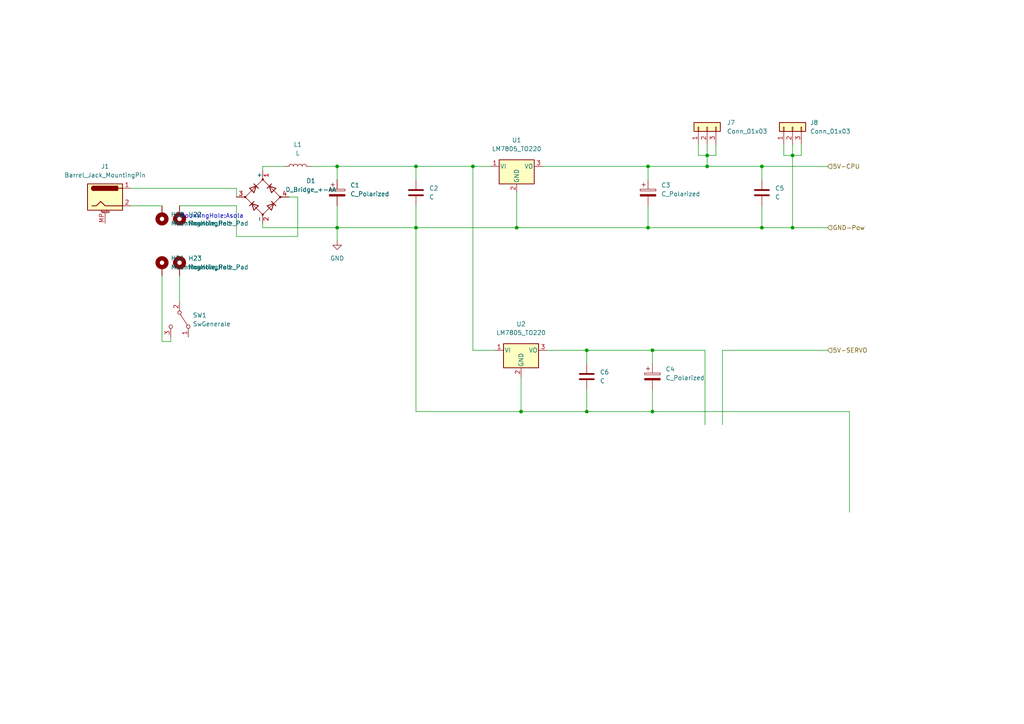
<source format=kicad_sch>
(kicad_sch (version 20211123) (generator eeschema)

  (uuid f008dfec-8cbd-4604-adf7-5c96849dc8e9)

  (paper "A4")

  (lib_symbols
    (symbol "Connector:Barrel_Jack_MountingPin" (pin_names hide) (in_bom yes) (on_board yes)
      (property "Reference" "J" (id 0) (at 0 5.334 0)
        (effects (font (size 1.27 1.27)))
      )
      (property "Value" "Barrel_Jack_MountingPin" (id 1) (at 1.27 -6.35 0)
        (effects (font (size 1.27 1.27)) (justify left))
      )
      (property "Footprint" "" (id 2) (at 1.27 -1.016 0)
        (effects (font (size 1.27 1.27)) hide)
      )
      (property "Datasheet" "~" (id 3) (at 1.27 -1.016 0)
        (effects (font (size 1.27 1.27)) hide)
      )
      (property "ki_keywords" "DC power barrel jack connector" (id 4) (at 0 0 0)
        (effects (font (size 1.27 1.27)) hide)
      )
      (property "ki_description" "DC Barrel Jack with a mounting pin" (id 5) (at 0 0 0)
        (effects (font (size 1.27 1.27)) hide)
      )
      (property "ki_fp_filters" "BarrelJack*" (id 6) (at 0 0 0)
        (effects (font (size 1.27 1.27)) hide)
      )
      (symbol "Barrel_Jack_MountingPin_0_1"
        (rectangle (start -5.08 3.81) (end 5.08 -3.81)
          (stroke (width 0.254) (type default) (color 0 0 0 0))
          (fill (type background))
        )
        (arc (start -3.302 3.175) (mid -3.937 2.54) (end -3.302 1.905)
          (stroke (width 0.254) (type default) (color 0 0 0 0))
          (fill (type none))
        )
        (arc (start -3.302 3.175) (mid -3.937 2.54) (end -3.302 1.905)
          (stroke (width 0.254) (type default) (color 0 0 0 0))
          (fill (type outline))
        )
        (polyline
          (pts
            (xy 5.08 2.54)
            (xy 3.81 2.54)
          )
          (stroke (width 0.254) (type default) (color 0 0 0 0))
          (fill (type none))
        )
        (polyline
          (pts
            (xy -3.81 -2.54)
            (xy -2.54 -2.54)
            (xy -1.27 -1.27)
            (xy 0 -2.54)
            (xy 2.54 -2.54)
            (xy 5.08 -2.54)
          )
          (stroke (width 0.254) (type default) (color 0 0 0 0))
          (fill (type none))
        )
        (rectangle (start 3.683 3.175) (end -3.302 1.905)
          (stroke (width 0.254) (type default) (color 0 0 0 0))
          (fill (type outline))
        )
      )
      (symbol "Barrel_Jack_MountingPin_1_1"
        (polyline
          (pts
            (xy -1.016 -4.572)
            (xy 1.016 -4.572)
          )
          (stroke (width 0.1524) (type default) (color 0 0 0 0))
          (fill (type none))
        )
        (text "Mounting" (at 0 -4.191 0)
          (effects (font (size 0.381 0.381)))
        )
        (pin passive line (at 7.62 2.54 180) (length 2.54)
          (name "~" (effects (font (size 1.27 1.27))))
          (number "1" (effects (font (size 1.27 1.27))))
        )
        (pin passive line (at 7.62 -2.54 180) (length 2.54)
          (name "~" (effects (font (size 1.27 1.27))))
          (number "2" (effects (font (size 1.27 1.27))))
        )
        (pin passive line (at 0 -7.62 90) (length 3.048)
          (name "MountPin" (effects (font (size 1.27 1.27))))
          (number "MP" (effects (font (size 1.27 1.27))))
        )
      )
    )
    (symbol "Connector_Generic:Conn_01x03" (pin_names (offset 1.016) hide) (in_bom yes) (on_board yes)
      (property "Reference" "J" (id 0) (at 0 5.08 0)
        (effects (font (size 1.27 1.27)))
      )
      (property "Value" "Conn_01x03" (id 1) (at 0 -5.08 0)
        (effects (font (size 1.27 1.27)))
      )
      (property "Footprint" "" (id 2) (at 0 0 0)
        (effects (font (size 1.27 1.27)) hide)
      )
      (property "Datasheet" "~" (id 3) (at 0 0 0)
        (effects (font (size 1.27 1.27)) hide)
      )
      (property "ki_keywords" "connector" (id 4) (at 0 0 0)
        (effects (font (size 1.27 1.27)) hide)
      )
      (property "ki_description" "Generic connector, single row, 01x03, script generated (kicad-library-utils/schlib/autogen/connector/)" (id 5) (at 0 0 0)
        (effects (font (size 1.27 1.27)) hide)
      )
      (property "ki_fp_filters" "Connector*:*_1x??_*" (id 6) (at 0 0 0)
        (effects (font (size 1.27 1.27)) hide)
      )
      (symbol "Conn_01x03_1_1"
        (rectangle (start -1.27 -2.413) (end 0 -2.667)
          (stroke (width 0.1524) (type default) (color 0 0 0 0))
          (fill (type none))
        )
        (rectangle (start -1.27 0.127) (end 0 -0.127)
          (stroke (width 0.1524) (type default) (color 0 0 0 0))
          (fill (type none))
        )
        (rectangle (start -1.27 2.667) (end 0 2.413)
          (stroke (width 0.1524) (type default) (color 0 0 0 0))
          (fill (type none))
        )
        (rectangle (start -1.27 3.81) (end 1.27 -3.81)
          (stroke (width 0.254) (type default) (color 0 0 0 0))
          (fill (type background))
        )
        (pin passive line (at -5.08 2.54 0) (length 3.81)
          (name "Pin_1" (effects (font (size 1.27 1.27))))
          (number "1" (effects (font (size 1.27 1.27))))
        )
        (pin passive line (at -5.08 0 0) (length 3.81)
          (name "Pin_2" (effects (font (size 1.27 1.27))))
          (number "2" (effects (font (size 1.27 1.27))))
        )
        (pin passive line (at -5.08 -2.54 0) (length 3.81)
          (name "Pin_3" (effects (font (size 1.27 1.27))))
          (number "3" (effects (font (size 1.27 1.27))))
        )
      )
    )
    (symbol "Device:C" (pin_numbers hide) (pin_names (offset 0.254)) (in_bom yes) (on_board yes)
      (property "Reference" "C" (id 0) (at 0.635 2.54 0)
        (effects (font (size 1.27 1.27)) (justify left))
      )
      (property "Value" "C" (id 1) (at 0.635 -2.54 0)
        (effects (font (size 1.27 1.27)) (justify left))
      )
      (property "Footprint" "" (id 2) (at 0.9652 -3.81 0)
        (effects (font (size 1.27 1.27)) hide)
      )
      (property "Datasheet" "~" (id 3) (at 0 0 0)
        (effects (font (size 1.27 1.27)) hide)
      )
      (property "ki_keywords" "cap capacitor" (id 4) (at 0 0 0)
        (effects (font (size 1.27 1.27)) hide)
      )
      (property "ki_description" "Unpolarized capacitor" (id 5) (at 0 0 0)
        (effects (font (size 1.27 1.27)) hide)
      )
      (property "ki_fp_filters" "C_*" (id 6) (at 0 0 0)
        (effects (font (size 1.27 1.27)) hide)
      )
      (symbol "C_0_1"
        (polyline
          (pts
            (xy -2.032 -0.762)
            (xy 2.032 -0.762)
          )
          (stroke (width 0.508) (type default) (color 0 0 0 0))
          (fill (type none))
        )
        (polyline
          (pts
            (xy -2.032 0.762)
            (xy 2.032 0.762)
          )
          (stroke (width 0.508) (type default) (color 0 0 0 0))
          (fill (type none))
        )
      )
      (symbol "C_1_1"
        (pin passive line (at 0 3.81 270) (length 2.794)
          (name "~" (effects (font (size 1.27 1.27))))
          (number "1" (effects (font (size 1.27 1.27))))
        )
        (pin passive line (at 0 -3.81 90) (length 2.794)
          (name "~" (effects (font (size 1.27 1.27))))
          (number "2" (effects (font (size 1.27 1.27))))
        )
      )
    )
    (symbol "Device:C_Polarized" (pin_numbers hide) (pin_names (offset 0.254)) (in_bom yes) (on_board yes)
      (property "Reference" "C" (id 0) (at 0.635 2.54 0)
        (effects (font (size 1.27 1.27)) (justify left))
      )
      (property "Value" "C_Polarized" (id 1) (at 0.635 -2.54 0)
        (effects (font (size 1.27 1.27)) (justify left))
      )
      (property "Footprint" "" (id 2) (at 0.9652 -3.81 0)
        (effects (font (size 1.27 1.27)) hide)
      )
      (property "Datasheet" "~" (id 3) (at 0 0 0)
        (effects (font (size 1.27 1.27)) hide)
      )
      (property "ki_keywords" "cap capacitor" (id 4) (at 0 0 0)
        (effects (font (size 1.27 1.27)) hide)
      )
      (property "ki_description" "Polarized capacitor" (id 5) (at 0 0 0)
        (effects (font (size 1.27 1.27)) hide)
      )
      (property "ki_fp_filters" "CP_*" (id 6) (at 0 0 0)
        (effects (font (size 1.27 1.27)) hide)
      )
      (symbol "C_Polarized_0_1"
        (rectangle (start -2.286 0.508) (end 2.286 1.016)
          (stroke (width 0) (type default) (color 0 0 0 0))
          (fill (type none))
        )
        (polyline
          (pts
            (xy -1.778 2.286)
            (xy -0.762 2.286)
          )
          (stroke (width 0) (type default) (color 0 0 0 0))
          (fill (type none))
        )
        (polyline
          (pts
            (xy -1.27 2.794)
            (xy -1.27 1.778)
          )
          (stroke (width 0) (type default) (color 0 0 0 0))
          (fill (type none))
        )
        (rectangle (start 2.286 -0.508) (end -2.286 -1.016)
          (stroke (width 0) (type default) (color 0 0 0 0))
          (fill (type outline))
        )
      )
      (symbol "C_Polarized_1_1"
        (pin passive line (at 0 3.81 270) (length 2.794)
          (name "~" (effects (font (size 1.27 1.27))))
          (number "1" (effects (font (size 1.27 1.27))))
        )
        (pin passive line (at 0 -3.81 90) (length 2.794)
          (name "~" (effects (font (size 1.27 1.27))))
          (number "2" (effects (font (size 1.27 1.27))))
        )
      )
    )
    (symbol "Device:D_Bridge_+-AA" (pin_names (offset 0)) (in_bom yes) (on_board yes)
      (property "Reference" "D" (id 0) (at 2.54 6.985 0)
        (effects (font (size 1.27 1.27)) (justify left))
      )
      (property "Value" "D_Bridge_+-AA" (id 1) (at 2.54 5.08 0)
        (effects (font (size 1.27 1.27)) (justify left))
      )
      (property "Footprint" "" (id 2) (at 0 0 0)
        (effects (font (size 1.27 1.27)) hide)
      )
      (property "Datasheet" "~" (id 3) (at 0 0 0)
        (effects (font (size 1.27 1.27)) hide)
      )
      (property "ki_keywords" "rectifier ACDC" (id 4) (at 0 0 0)
        (effects (font (size 1.27 1.27)) hide)
      )
      (property "ki_description" "Diode bridge, +ve/-ve/AC/AC" (id 5) (at 0 0 0)
        (effects (font (size 1.27 1.27)) hide)
      )
      (property "ki_fp_filters" "D*Bridge* D*Rectifier*" (id 6) (at 0 0 0)
        (effects (font (size 1.27 1.27)) hide)
      )
      (symbol "D_Bridge_+-AA_0_1"
        (circle (center -5.08 0) (radius 0.254)
          (stroke (width 0) (type default) (color 0 0 0 0))
          (fill (type outline))
        )
        (circle (center 0 -5.08) (radius 0.254)
          (stroke (width 0) (type default) (color 0 0 0 0))
          (fill (type outline))
        )
        (polyline
          (pts
            (xy -2.54 3.81)
            (xy -1.27 2.54)
          )
          (stroke (width 0.254) (type default) (color 0 0 0 0))
          (fill (type none))
        )
        (polyline
          (pts
            (xy -1.27 -2.54)
            (xy -2.54 -3.81)
          )
          (stroke (width 0.254) (type default) (color 0 0 0 0))
          (fill (type none))
        )
        (polyline
          (pts
            (xy 2.54 -1.27)
            (xy 3.81 -2.54)
          )
          (stroke (width 0.254) (type default) (color 0 0 0 0))
          (fill (type none))
        )
        (polyline
          (pts
            (xy 2.54 1.27)
            (xy 3.81 2.54)
          )
          (stroke (width 0.254) (type default) (color 0 0 0 0))
          (fill (type none))
        )
        (polyline
          (pts
            (xy -3.81 2.54)
            (xy -2.54 1.27)
            (xy -1.905 3.175)
            (xy -3.81 2.54)
          )
          (stroke (width 0.254) (type default) (color 0 0 0 0))
          (fill (type none))
        )
        (polyline
          (pts
            (xy -2.54 -1.27)
            (xy -3.81 -2.54)
            (xy -1.905 -3.175)
            (xy -2.54 -1.27)
          )
          (stroke (width 0.254) (type default) (color 0 0 0 0))
          (fill (type none))
        )
        (polyline
          (pts
            (xy 1.27 2.54)
            (xy 2.54 3.81)
            (xy 3.175 1.905)
            (xy 1.27 2.54)
          )
          (stroke (width 0.254) (type default) (color 0 0 0 0))
          (fill (type none))
        )
        (polyline
          (pts
            (xy 3.175 -1.905)
            (xy 1.27 -2.54)
            (xy 2.54 -3.81)
            (xy 3.175 -1.905)
          )
          (stroke (width 0.254) (type default) (color 0 0 0 0))
          (fill (type none))
        )
        (polyline
          (pts
            (xy -5.08 0)
            (xy 0 -5.08)
            (xy 5.08 0)
            (xy 0 5.08)
            (xy -5.08 0)
          )
          (stroke (width 0) (type default) (color 0 0 0 0))
          (fill (type none))
        )
        (circle (center 0 5.08) (radius 0.254)
          (stroke (width 0) (type default) (color 0 0 0 0))
          (fill (type outline))
        )
        (circle (center 5.08 0) (radius 0.254)
          (stroke (width 0) (type default) (color 0 0 0 0))
          (fill (type outline))
        )
      )
      (symbol "D_Bridge_+-AA_1_1"
        (pin passive line (at 7.62 0 180) (length 2.54)
          (name "+" (effects (font (size 1.27 1.27))))
          (number "1" (effects (font (size 1.27 1.27))))
        )
        (pin passive line (at -7.62 0 0) (length 2.54)
          (name "-" (effects (font (size 1.27 1.27))))
          (number "2" (effects (font (size 1.27 1.27))))
        )
        (pin passive line (at 0 7.62 270) (length 2.54)
          (name "~" (effects (font (size 1.27 1.27))))
          (number "3" (effects (font (size 1.27 1.27))))
        )
        (pin passive line (at 0 -7.62 90) (length 2.54)
          (name "~" (effects (font (size 1.27 1.27))))
          (number "4" (effects (font (size 1.27 1.27))))
        )
      )
    )
    (symbol "Device:L" (pin_numbers hide) (pin_names (offset 1.016) hide) (in_bom yes) (on_board yes)
      (property "Reference" "L" (id 0) (at -1.27 0 90)
        (effects (font (size 1.27 1.27)))
      )
      (property "Value" "L" (id 1) (at 1.905 0 90)
        (effects (font (size 1.27 1.27)))
      )
      (property "Footprint" "" (id 2) (at 0 0 0)
        (effects (font (size 1.27 1.27)) hide)
      )
      (property "Datasheet" "~" (id 3) (at 0 0 0)
        (effects (font (size 1.27 1.27)) hide)
      )
      (property "ki_keywords" "inductor choke coil reactor magnetic" (id 4) (at 0 0 0)
        (effects (font (size 1.27 1.27)) hide)
      )
      (property "ki_description" "Inductor" (id 5) (at 0 0 0)
        (effects (font (size 1.27 1.27)) hide)
      )
      (property "ki_fp_filters" "Choke_* *Coil* Inductor_* L_*" (id 6) (at 0 0 0)
        (effects (font (size 1.27 1.27)) hide)
      )
      (symbol "L_0_1"
        (arc (start 0 -2.54) (mid 0.635 -1.905) (end 0 -1.27)
          (stroke (width 0) (type default) (color 0 0 0 0))
          (fill (type none))
        )
        (arc (start 0 -1.27) (mid 0.635 -0.635) (end 0 0)
          (stroke (width 0) (type default) (color 0 0 0 0))
          (fill (type none))
        )
        (arc (start 0 0) (mid 0.635 0.635) (end 0 1.27)
          (stroke (width 0) (type default) (color 0 0 0 0))
          (fill (type none))
        )
        (arc (start 0 1.27) (mid 0.635 1.905) (end 0 2.54)
          (stroke (width 0) (type default) (color 0 0 0 0))
          (fill (type none))
        )
      )
      (symbol "L_1_1"
        (pin passive line (at 0 3.81 270) (length 1.27)
          (name "1" (effects (font (size 1.27 1.27))))
          (number "1" (effects (font (size 1.27 1.27))))
        )
        (pin passive line (at 0 -3.81 90) (length 1.27)
          (name "2" (effects (font (size 1.27 1.27))))
          (number "2" (effects (font (size 1.27 1.27))))
        )
      )
    )
    (symbol "Mechanical:MountingHole_Pad" (pin_numbers hide) (pin_names (offset 1.016) hide) (in_bom yes) (on_board yes)
      (property "Reference" "H" (id 0) (at 0 6.35 0)
        (effects (font (size 1.27 1.27)))
      )
      (property "Value" "MountingHole_Pad" (id 1) (at 0 4.445 0)
        (effects (font (size 1.27 1.27)))
      )
      (property "Footprint" "" (id 2) (at 0 0 0)
        (effects (font (size 1.27 1.27)) hide)
      )
      (property "Datasheet" "~" (id 3) (at 0 0 0)
        (effects (font (size 1.27 1.27)) hide)
      )
      (property "ki_keywords" "mounting hole" (id 4) (at 0 0 0)
        (effects (font (size 1.27 1.27)) hide)
      )
      (property "ki_description" "Mounting Hole with connection" (id 5) (at 0 0 0)
        (effects (font (size 1.27 1.27)) hide)
      )
      (property "ki_fp_filters" "MountingHole*Pad*" (id 6) (at 0 0 0)
        (effects (font (size 1.27 1.27)) hide)
      )
      (symbol "MountingHole_Pad_0_1"
        (circle (center 0 1.27) (radius 1.27)
          (stroke (width 1.27) (type default) (color 0 0 0 0))
          (fill (type none))
        )
      )
      (symbol "MountingHole_Pad_1_1"
        (pin input line (at 0 -2.54 90) (length 2.54)
          (name "1" (effects (font (size 1.27 1.27))))
          (number "1" (effects (font (size 1.27 1.27))))
        )
      )
    )
    (symbol "Regulator_Linear:LM7805_TO220" (pin_names (offset 0.254)) (in_bom yes) (on_board yes)
      (property "Reference" "U" (id 0) (at -3.81 3.175 0)
        (effects (font (size 1.27 1.27)))
      )
      (property "Value" "LM7805_TO220" (id 1) (at 0 3.175 0)
        (effects (font (size 1.27 1.27)) (justify left))
      )
      (property "Footprint" "Package_TO_SOT_THT:TO-220-3_Vertical" (id 2) (at 0 5.715 0)
        (effects (font (size 1.27 1.27) italic) hide)
      )
      (property "Datasheet" "https://www.onsemi.cn/PowerSolutions/document/MC7800-D.PDF" (id 3) (at 0 -1.27 0)
        (effects (font (size 1.27 1.27)) hide)
      )
      (property "ki_keywords" "Voltage Regulator 1A Positive" (id 4) (at 0 0 0)
        (effects (font (size 1.27 1.27)) hide)
      )
      (property "ki_description" "Positive 1A 35V Linear Regulator, Fixed Output 5V, TO-220" (id 5) (at 0 0 0)
        (effects (font (size 1.27 1.27)) hide)
      )
      (property "ki_fp_filters" "TO?220*" (id 6) (at 0 0 0)
        (effects (font (size 1.27 1.27)) hide)
      )
      (symbol "LM7805_TO220_0_1"
        (rectangle (start -5.08 1.905) (end 5.08 -5.08)
          (stroke (width 0.254) (type default) (color 0 0 0 0))
          (fill (type background))
        )
      )
      (symbol "LM7805_TO220_1_1"
        (pin power_in line (at -7.62 0 0) (length 2.54)
          (name "VI" (effects (font (size 1.27 1.27))))
          (number "1" (effects (font (size 1.27 1.27))))
        )
        (pin power_in line (at 0 -7.62 90) (length 2.54)
          (name "GND" (effects (font (size 1.27 1.27))))
          (number "2" (effects (font (size 1.27 1.27))))
        )
        (pin power_out line (at 7.62 0 180) (length 2.54)
          (name "VO" (effects (font (size 1.27 1.27))))
          (number "3" (effects (font (size 1.27 1.27))))
        )
      )
    )
    (symbol "Switch:SW_SPDT" (pin_names (offset 0) hide) (in_bom yes) (on_board yes)
      (property "Reference" "SW" (id 0) (at 0 4.318 0)
        (effects (font (size 1.27 1.27)))
      )
      (property "Value" "SW_SPDT" (id 1) (at 0 -5.08 0)
        (effects (font (size 1.27 1.27)))
      )
      (property "Footprint" "" (id 2) (at 0 0 0)
        (effects (font (size 1.27 1.27)) hide)
      )
      (property "Datasheet" "~" (id 3) (at 0 0 0)
        (effects (font (size 1.27 1.27)) hide)
      )
      (property "ki_keywords" "switch single-pole double-throw spdt ON-ON" (id 4) (at 0 0 0)
        (effects (font (size 1.27 1.27)) hide)
      )
      (property "ki_description" "Switch, single pole double throw" (id 5) (at 0 0 0)
        (effects (font (size 1.27 1.27)) hide)
      )
      (symbol "SW_SPDT_0_0"
        (circle (center -2.032 0) (radius 0.508)
          (stroke (width 0) (type default) (color 0 0 0 0))
          (fill (type none))
        )
        (circle (center 2.032 -2.54) (radius 0.508)
          (stroke (width 0) (type default) (color 0 0 0 0))
          (fill (type none))
        )
      )
      (symbol "SW_SPDT_0_1"
        (polyline
          (pts
            (xy -1.524 0.254)
            (xy 1.651 2.286)
          )
          (stroke (width 0) (type default) (color 0 0 0 0))
          (fill (type none))
        )
        (circle (center 2.032 2.54) (radius 0.508)
          (stroke (width 0) (type default) (color 0 0 0 0))
          (fill (type none))
        )
      )
      (symbol "SW_SPDT_1_1"
        (pin passive line (at 5.08 2.54 180) (length 2.54)
          (name "A" (effects (font (size 1.27 1.27))))
          (number "1" (effects (font (size 1.27 1.27))))
        )
        (pin passive line (at -5.08 0 0) (length 2.54)
          (name "B" (effects (font (size 1.27 1.27))))
          (number "2" (effects (font (size 1.27 1.27))))
        )
        (pin passive line (at 5.08 -2.54 180) (length 2.54)
          (name "C" (effects (font (size 1.27 1.27))))
          (number "3" (effects (font (size 1.27 1.27))))
        )
      )
    )
    (symbol "power:GND" (power) (pin_names (offset 0)) (in_bom yes) (on_board yes)
      (property "Reference" "#PWR" (id 0) (at 0 -6.35 0)
        (effects (font (size 1.27 1.27)) hide)
      )
      (property "Value" "GND" (id 1) (at 0 -3.81 0)
        (effects (font (size 1.27 1.27)))
      )
      (property "Footprint" "" (id 2) (at 0 0 0)
        (effects (font (size 1.27 1.27)) hide)
      )
      (property "Datasheet" "" (id 3) (at 0 0 0)
        (effects (font (size 1.27 1.27)) hide)
      )
      (property "ki_keywords" "power-flag" (id 4) (at 0 0 0)
        (effects (font (size 1.27 1.27)) hide)
      )
      (property "ki_description" "Power symbol creates a global label with name \"GND\" , ground" (id 5) (at 0 0 0)
        (effects (font (size 1.27 1.27)) hide)
      )
      (symbol "GND_0_1"
        (polyline
          (pts
            (xy 0 0)
            (xy 0 -1.27)
            (xy 1.27 -1.27)
            (xy 0 -2.54)
            (xy -1.27 -1.27)
            (xy 0 -1.27)
          )
          (stroke (width 0) (type default) (color 0 0 0 0))
          (fill (type none))
        )
      )
      (symbol "GND_1_1"
        (pin power_in line (at 0 0 270) (length 0) hide
          (name "GND" (effects (font (size 1.27 1.27))))
          (number "1" (effects (font (size 1.27 1.27))))
        )
      )
    )
  )

  (junction (at 187.96 66.04) (diameter 0) (color 0 0 0 0)
    (uuid 02c03e1f-54f0-47b5-8090-790eaa8054e5)
  )
  (junction (at 97.79 48.26) (diameter 0) (color 0 0 0 0)
    (uuid 06761d6a-d0f7-4522-90a5-02a9bff75dcc)
  )
  (junction (at 229.87 45.085) (diameter 0) (color 0 0 0 0)
    (uuid 0a6557ac-af4d-4281-8f0d-31b25e332d30)
  )
  (junction (at 120.65 66.04) (diameter 0) (color 0 0 0 0)
    (uuid 22eb16ec-c020-4b05-af2a-6c2fddea5ef9)
  )
  (junction (at 220.98 48.26) (diameter 0) (color 0 0 0 0)
    (uuid 23248dce-24e3-4258-be9b-2c3226426482)
  )
  (junction (at 151.13 119.38) (diameter 0) (color 0 0 0 0)
    (uuid 370fa68d-8e1b-4a0c-ba10-e8cfdcaa2cca)
  )
  (junction (at 120.65 48.26) (diameter 0) (color 0 0 0 0)
    (uuid 406b0538-e407-42dc-b3f5-635fd43e5eaf)
  )
  (junction (at 97.79 66.04) (diameter 0) (color 0 0 0 0)
    (uuid 4aade580-3568-48b8-9ba6-d98a7fc9b6d4)
  )
  (junction (at 170.18 101.6) (diameter 0) (color 0 0 0 0)
    (uuid 54399fbc-24f9-4787-bf31-47b45d02af35)
  )
  (junction (at 205.105 45.085) (diameter 0) (color 0 0 0 0)
    (uuid 54fdf65c-c75a-4bdf-bc01-05bd5b11cb78)
  )
  (junction (at 170.18 119.38) (diameter 0) (color 0 0 0 0)
    (uuid 5b458165-22f8-40ac-99f1-d374abce9648)
  )
  (junction (at 229.87 66.04) (diameter 0) (color 0 0 0 0)
    (uuid 659952a8-013d-4d4d-b35c-128817d3c409)
  )
  (junction (at 149.86 66.04) (diameter 0) (color 0 0 0 0)
    (uuid 737048ec-988c-476e-83c6-96f2514f6b50)
  )
  (junction (at 187.96 48.26) (diameter 0) (color 0 0 0 0)
    (uuid 7a3c66fe-af0a-4686-8dbc-2565c40985ee)
  )
  (junction (at 205.105 48.26) (diameter 0) (color 0 0 0 0)
    (uuid 81b8035e-9f9d-4778-baf9-a0fa45a26ad3)
  )
  (junction (at 220.98 66.04) (diameter 0) (color 0 0 0 0)
    (uuid a3c90ad5-e9e8-4e0f-bc14-cbf1102c3fa2)
  )
  (junction (at 189.23 101.6) (diameter 0) (color 0 0 0 0)
    (uuid b4750253-17f7-4952-a97f-0e2aa78e5d4e)
  )
  (junction (at 189.23 119.38) (diameter 0) (color 0 0 0 0)
    (uuid cff51dff-46c0-41a0-bd12-4dfb503e1fb1)
  )
  (junction (at 137.16 48.26) (diameter 0) (color 0 0 0 0)
    (uuid f84c8274-51c3-49c8-9d3f-2b16dbda5b3a)
  )

  (wire (pts (xy 120.65 119.38) (xy 120.65 66.04))
    (stroke (width 0) (type default) (color 0 0 0 0))
    (uuid 0501f9d3-1037-483e-8d4c-d7f511661b98)
  )
  (wire (pts (xy 97.79 48.26) (xy 120.65 48.26))
    (stroke (width 0) (type default) (color 0 0 0 0))
    (uuid 19fa953e-96f9-4544-95f8-14b96c5f0592)
  )
  (wire (pts (xy 187.96 48.26) (xy 205.105 48.26))
    (stroke (width 0) (type default) (color 0 0 0 0))
    (uuid 1e1d860f-ab47-4f7a-9706-99b24fb66d56)
  )
  (wire (pts (xy 137.16 48.26) (xy 142.24 48.26))
    (stroke (width 0) (type default) (color 0 0 0 0))
    (uuid 1fd4d199-be0d-4bd6-a8bf-6a584dd790d8)
  )
  (wire (pts (xy 202.565 41.91) (xy 202.565 45.085))
    (stroke (width 0) (type default) (color 0 0 0 0))
    (uuid 2387d0fc-c600-4b9e-8c08-f7c18780fb77)
  )
  (wire (pts (xy 227.33 41.91) (xy 227.33 45.085))
    (stroke (width 0) (type default) (color 0 0 0 0))
    (uuid 28f6c1a1-d0a5-4a3d-9ae7-d482fa2840f4)
  )
  (wire (pts (xy 137.16 101.6) (xy 137.16 48.26))
    (stroke (width 0) (type default) (color 0 0 0 0))
    (uuid 2df9c463-1835-423c-ad3d-9a28aa5abb77)
  )
  (wire (pts (xy 97.79 66.04) (xy 97.79 69.85))
    (stroke (width 0) (type default) (color 0 0 0 0))
    (uuid 30529717-512e-44f5-be08-abd654523e92)
  )
  (wire (pts (xy 205.105 41.91) (xy 205.105 45.085))
    (stroke (width 0) (type default) (color 0 0 0 0))
    (uuid 30d70560-3295-4891-ab8e-716defd945f0)
  )
  (wire (pts (xy 170.18 113.03) (xy 170.18 119.38))
    (stroke (width 0) (type default) (color 0 0 0 0))
    (uuid 349c5ba7-b7cd-479d-9a82-3b0a652c6fae)
  )
  (wire (pts (xy 157.48 48.26) (xy 187.96 48.26))
    (stroke (width 0) (type default) (color 0 0 0 0))
    (uuid 37151358-5d26-4223-aab7-bbe564f73269)
  )
  (wire (pts (xy 76.2 64.77) (xy 76.2 66.04))
    (stroke (width 0) (type default) (color 0 0 0 0))
    (uuid 3904b500-50c7-4e09-acb1-90aa776fc138)
  )
  (wire (pts (xy 189.23 119.38) (xy 170.18 119.38))
    (stroke (width 0) (type default) (color 0 0 0 0))
    (uuid 3b75e053-9803-4ad4-9152-cf42fb113e7f)
  )
  (wire (pts (xy 189.23 101.6) (xy 189.23 105.41))
    (stroke (width 0) (type default) (color 0 0 0 0))
    (uuid 3c27d80c-3964-4055-bf40-0434a3cc02ad)
  )
  (wire (pts (xy 120.65 48.26) (xy 137.16 48.26))
    (stroke (width 0) (type default) (color 0 0 0 0))
    (uuid 410a049d-8aae-4e3f-bb06-cfb3993b7752)
  )
  (wire (pts (xy 229.87 41.91) (xy 229.87 45.085))
    (stroke (width 0) (type default) (color 0 0 0 0))
    (uuid 44072855-eb60-468d-b620-fac760524652)
  )
  (wire (pts (xy 220.98 48.26) (xy 240.03 48.26))
    (stroke (width 0) (type default) (color 0 0 0 0))
    (uuid 463add5c-4479-40be-aa2f-71bbecac9a15)
  )
  (wire (pts (xy 151.13 119.38) (xy 120.65 119.38))
    (stroke (width 0) (type default) (color 0 0 0 0))
    (uuid 4ab9bac4-ea23-4da4-a9f6-e18ace3cbf60)
  )
  (wire (pts (xy 52.07 59.69) (xy 68.58 59.69))
    (stroke (width 0) (type default) (color 0 0 0 0))
    (uuid 4f357063-9edd-4d37-a2db-c22a4247869f)
  )
  (wire (pts (xy 97.79 59.69) (xy 97.79 66.04))
    (stroke (width 0) (type default) (color 0 0 0 0))
    (uuid 50473d75-7668-4bb7-b779-3baf343577f1)
  )
  (wire (pts (xy 205.105 45.085) (xy 205.105 48.26))
    (stroke (width 0) (type default) (color 0 0 0 0))
    (uuid 527c11ff-e908-44ba-a0b8-e50a1910eb9f)
  )
  (wire (pts (xy 97.79 66.04) (xy 120.65 66.04))
    (stroke (width 0) (type default) (color 0 0 0 0))
    (uuid 560b9e22-fbfa-4284-9322-ea7eb29bec44)
  )
  (wire (pts (xy 187.96 59.69) (xy 187.96 66.04))
    (stroke (width 0) (type default) (color 0 0 0 0))
    (uuid 5a6a3fe1-f1d3-4c26-bb36-dd89332d452c)
  )
  (wire (pts (xy 209.55 123.19) (xy 209.55 101.6))
    (stroke (width 0) (type default) (color 0 0 0 0))
    (uuid 61d438cb-3b33-4ebb-8ce1-0d26ba15d4b7)
  )
  (wire (pts (xy 120.65 59.69) (xy 120.65 66.04))
    (stroke (width 0) (type default) (color 0 0 0 0))
    (uuid 683fbb7f-330c-48db-9b1f-a226282ffdda)
  )
  (wire (pts (xy 189.23 101.6) (xy 170.18 101.6))
    (stroke (width 0) (type default) (color 0 0 0 0))
    (uuid 6a08e7cf-56f8-427f-a198-85368584f711)
  )
  (wire (pts (xy 202.565 45.085) (xy 205.105 45.085))
    (stroke (width 0) (type default) (color 0 0 0 0))
    (uuid 6a9ee008-02b1-4d27-a626-93842e54964c)
  )
  (wire (pts (xy 120.65 52.07) (xy 120.65 48.26))
    (stroke (width 0) (type default) (color 0 0 0 0))
    (uuid 6f2da74a-f91e-42d5-83b5-1a5b4f934a51)
  )
  (wire (pts (xy 204.47 101.6) (xy 189.23 101.6))
    (stroke (width 0) (type default) (color 0 0 0 0))
    (uuid 70d93d15-8b8b-4058-86a3-806dfeeaa0f3)
  )
  (wire (pts (xy 149.86 55.88) (xy 149.86 66.04))
    (stroke (width 0) (type default) (color 0 0 0 0))
    (uuid 7237e59b-a03f-479f-88d8-0aa0ed6c4e1d)
  )
  (wire (pts (xy 86.36 68.58) (xy 86.36 57.15))
    (stroke (width 0) (type default) (color 0 0 0 0))
    (uuid 752e8ff0-deb6-403f-a0be-46c7b2e2696e)
  )
  (wire (pts (xy 220.98 66.04) (xy 220.98 59.69))
    (stroke (width 0) (type default) (color 0 0 0 0))
    (uuid 7f3a0fa5-3bf6-4db5-bf39-2e3495a935ab)
  )
  (wire (pts (xy 229.87 45.085) (xy 229.87 66.04))
    (stroke (width 0) (type default) (color 0 0 0 0))
    (uuid 80ee1da2-a680-414c-8a90-6ba28f4df04a)
  )
  (wire (pts (xy 170.18 101.6) (xy 170.18 105.41))
    (stroke (width 0) (type default) (color 0 0 0 0))
    (uuid 83ddd983-a301-4366-aa01-096201d2644e)
  )
  (wire (pts (xy 76.2 66.04) (xy 97.79 66.04))
    (stroke (width 0) (type default) (color 0 0 0 0))
    (uuid 8815e94a-c93f-4fb4-b316-04259dd2bab1)
  )
  (wire (pts (xy 170.18 119.38) (xy 151.13 119.38))
    (stroke (width 0) (type default) (color 0 0 0 0))
    (uuid 8963e7ae-cf5a-482a-9c28-82adca047ec4)
  )
  (wire (pts (xy 229.87 66.04) (xy 240.03 66.04))
    (stroke (width 0) (type default) (color 0 0 0 0))
    (uuid 8e43e0b7-7a7a-4c7d-9ace-bd3524d014aa)
  )
  (wire (pts (xy 246.38 119.38) (xy 189.23 119.38))
    (stroke (width 0) (type default) (color 0 0 0 0))
    (uuid 8efdfbe4-7006-4eec-8826-642e49cfcd15)
  )
  (wire (pts (xy 232.41 41.91) (xy 232.41 45.085))
    (stroke (width 0) (type default) (color 0 0 0 0))
    (uuid 92973c0b-5f3c-459f-8a94-1a15f9c9b359)
  )
  (wire (pts (xy 68.58 68.58) (xy 86.36 68.58))
    (stroke (width 0) (type default) (color 0 0 0 0))
    (uuid 9514497a-9d81-4fa8-852d-dc8955d6afe8)
  )
  (wire (pts (xy 187.96 66.04) (xy 220.98 66.04))
    (stroke (width 0) (type default) (color 0 0 0 0))
    (uuid 9d5d07f5-77a7-44e6-a667-d041ca1f3055)
  )
  (wire (pts (xy 120.65 66.04) (xy 149.86 66.04))
    (stroke (width 0) (type default) (color 0 0 0 0))
    (uuid 9d92645c-25e5-471b-836e-8eb1129db0f6)
  )
  (wire (pts (xy 205.105 48.26) (xy 220.98 48.26))
    (stroke (width 0) (type default) (color 0 0 0 0))
    (uuid 9e5fd6ac-7c0f-46ca-8d11-03e56fe31ac9)
  )
  (wire (pts (xy 151.13 109.22) (xy 151.13 119.38))
    (stroke (width 0) (type default) (color 0 0 0 0))
    (uuid a2665aa4-0005-4e79-9751-763a942980bb)
  )
  (wire (pts (xy 76.2 48.26) (xy 76.2 49.53))
    (stroke (width 0) (type default) (color 0 0 0 0))
    (uuid a5924884-64a9-4faf-863a-b6d82d7488de)
  )
  (wire (pts (xy 220.98 48.26) (xy 220.98 52.07))
    (stroke (width 0) (type default) (color 0 0 0 0))
    (uuid a73b1207-cc2c-4724-bfea-bd317a0f2435)
  )
  (wire (pts (xy 49.53 99.06) (xy 49.53 97.79))
    (stroke (width 0) (type default) (color 0 0 0 0))
    (uuid ac35f7d2-3d82-47be-837a-57a52a686f6c)
  )
  (wire (pts (xy 149.86 66.04) (xy 187.96 66.04))
    (stroke (width 0) (type default) (color 0 0 0 0))
    (uuid ad055baf-f3e9-4a2a-882d-e3033c02bf22)
  )
  (wire (pts (xy 90.17 48.26) (xy 97.79 48.26))
    (stroke (width 0) (type default) (color 0 0 0 0))
    (uuid adbadb76-150f-48ae-85ab-8afeb1369ca3)
  )
  (wire (pts (xy 229.87 45.085) (xy 232.41 45.085))
    (stroke (width 0) (type default) (color 0 0 0 0))
    (uuid af9c5e9a-6e80-449e-a0b7-5d0c34bc4fbd)
  )
  (wire (pts (xy 227.33 45.085) (xy 229.87 45.085))
    (stroke (width 0) (type default) (color 0 0 0 0))
    (uuid b3b8934d-dd76-4ad2-a241-c2b633d0409c)
  )
  (wire (pts (xy 187.96 48.26) (xy 187.96 52.07))
    (stroke (width 0) (type default) (color 0 0 0 0))
    (uuid b558f8c4-f5fe-4299-83c3-ba7b6d493a68)
  )
  (wire (pts (xy 207.645 41.91) (xy 207.645 45.085))
    (stroke (width 0) (type default) (color 0 0 0 0))
    (uuid be13267b-0507-4bac-9ebc-5877851fc138)
  )
  (wire (pts (xy 68.58 59.69) (xy 68.58 68.58))
    (stroke (width 0) (type default) (color 0 0 0 0))
    (uuid bfe47710-0ada-4ff7-b894-24b2d593a5b0)
  )
  (wire (pts (xy 52.07 80.01) (xy 52.07 87.63))
    (stroke (width 0) (type default) (color 0 0 0 0))
    (uuid c3a95493-7182-4a58-8ccd-521fcfc77baf)
  )
  (wire (pts (xy 143.51 101.6) (xy 137.16 101.6))
    (stroke (width 0) (type default) (color 0 0 0 0))
    (uuid c95c64af-79ae-4bb6-bb0b-26a7e6636419)
  )
  (wire (pts (xy 97.79 48.26) (xy 97.79 52.07))
    (stroke (width 0) (type default) (color 0 0 0 0))
    (uuid cf5d128b-5e36-49e3-bcb4-c51a89cd1880)
  )
  (wire (pts (xy 38.1 59.69) (xy 46.99 59.69))
    (stroke (width 0) (type default) (color 0 0 0 0))
    (uuid d2e4133a-5ea9-4ca4-a663-19622feb1182)
  )
  (wire (pts (xy 38.1 54.61) (xy 68.58 54.61))
    (stroke (width 0) (type default) (color 0 0 0 0))
    (uuid d5ceaac4-9fcd-4e7e-8cd5-f754f05cd9f7)
  )
  (wire (pts (xy 46.99 80.01) (xy 46.99 99.06))
    (stroke (width 0) (type default) (color 0 0 0 0))
    (uuid d5ebe927-20e0-4b67-8798-7a19a1a3796f)
  )
  (wire (pts (xy 86.36 57.15) (xy 83.82 57.15))
    (stroke (width 0) (type default) (color 0 0 0 0))
    (uuid dc5b15f3-2b36-471b-a355-28a2b15c8053)
  )
  (wire (pts (xy 209.55 101.6) (xy 240.03 101.6))
    (stroke (width 0) (type default) (color 0 0 0 0))
    (uuid dc9d3d40-93b8-44e0-b0a6-3efbe3400d1b)
  )
  (wire (pts (xy 204.47 101.6) (xy 204.47 123.19))
    (stroke (width 0) (type default) (color 0 0 0 0))
    (uuid e776b03f-7dcb-462b-b0a8-951288f22f59)
  )
  (wire (pts (xy 189.23 113.03) (xy 189.23 119.38))
    (stroke (width 0) (type default) (color 0 0 0 0))
    (uuid e7c2a831-4c65-43fe-8d82-f1a347f75bfb)
  )
  (wire (pts (xy 205.105 45.085) (xy 207.645 45.085))
    (stroke (width 0) (type default) (color 0 0 0 0))
    (uuid ea6ca513-70a6-40d7-9a54-93bc3ebbe46e)
  )
  (wire (pts (xy 220.98 66.04) (xy 229.87 66.04))
    (stroke (width 0) (type default) (color 0 0 0 0))
    (uuid f17cc0c0-ae74-427b-8659-e7ef25dbacdd)
  )
  (wire (pts (xy 82.55 48.26) (xy 76.2 48.26))
    (stroke (width 0) (type default) (color 0 0 0 0))
    (uuid f1af9dcf-8562-4526-b73d-c497d32bafec)
  )
  (wire (pts (xy 68.58 54.61) (xy 68.58 57.15))
    (stroke (width 0) (type default) (color 0 0 0 0))
    (uuid f346b2fd-9f05-44e3-bbdb-8c70530640a8)
  )
  (wire (pts (xy 46.99 99.06) (xy 49.53 99.06))
    (stroke (width 0) (type default) (color 0 0 0 0))
    (uuid f44fbf50-6eef-4b2f-9e21-22ffc8fccb8c)
  )
  (wire (pts (xy 170.18 101.6) (xy 158.75 101.6))
    (stroke (width 0) (type default) (color 0 0 0 0))
    (uuid fa40928b-897b-4458-818b-40bcee18a2f3)
  )
  (wire (pts (xy 246.38 148.59) (xy 246.38 119.38))
    (stroke (width 0) (type default) (color 0 0 0 0))
    (uuid fe893aad-8045-465b-af80-a54cb99dcc94)
  )

  (text "MountingHole:Asola" (at 52.07 63.5 0)
    (effects (font (size 1.27 1.27)) (justify left bottom))
    (uuid 7e9a8a45-7ec5-4117-b8e4-906317e9ff72)
  )

  (hierarchical_label "5V-CPU" (shape input) (at 240.03 48.26 0)
    (effects (font (size 1.27 1.27)) (justify left))
    (uuid 415f8cbf-1543-4dea-9365-14a5706895b5)
  )
  (hierarchical_label "5V-SERVO" (shape input) (at 240.03 101.6 0)
    (effects (font (size 1.27 1.27)) (justify left))
    (uuid 74486759-5b9d-4627-bc73-086587ddedb7)
  )
  (hierarchical_label "GND-Pow" (shape input) (at 240.03 66.04 0)
    (effects (font (size 1.27 1.27)) (justify left))
    (uuid b264f53d-be85-4256-9262-dd49ec6186c0)
  )

  (symbol (lib_id "power:GND") (at 97.79 69.85 0) (unit 1)
    (in_bom yes) (on_board yes) (fields_autoplaced)
    (uuid 05b1c697-e520-4007-870f-b1652ea98f66)
    (property "Reference" "#PWR0103" (id 0) (at 97.79 76.2 0)
      (effects (font (size 1.27 1.27)) hide)
    )
    (property "Value" "GND" (id 1) (at 97.79 74.93 0))
    (property "Footprint" "" (id 2) (at 97.79 69.85 0)
      (effects (font (size 1.27 1.27)) hide)
    )
    (property "Datasheet" "" (id 3) (at 97.79 69.85 0)
      (effects (font (size 1.27 1.27)) hide)
    )
    (pin "1" (uuid 679dc3e7-f5a9-4ea1-97d9-c91b1e549f9f))
  )

  (symbol (lib_id "Regulator_Linear:LM7805_TO220") (at 151.13 101.6 0) (unit 1)
    (in_bom yes) (on_board yes) (fields_autoplaced)
    (uuid 409bf8c7-21da-4798-8a78-c6aa7bc71315)
    (property "Reference" "U2" (id 0) (at 151.13 93.98 0))
    (property "Value" "LM7805_TO220" (id 1) (at 151.13 96.52 0))
    (property "Footprint" "Package_TO_SOT_THT:TO-220-3_Vertical" (id 2) (at 151.13 95.885 0)
      (effects (font (size 1.27 1.27) italic) hide)
    )
    (property "Datasheet" "https://www.onsemi.cn/PowerSolutions/document/MC7800-D.PDF" (id 3) (at 151.13 102.87 0)
      (effects (font (size 1.27 1.27)) hide)
    )
    (pin "1" (uuid 73bc975f-09c3-4dda-bb02-860b8380d6ae))
    (pin "2" (uuid 97962c1e-db75-4192-be44-f60315edb557))
    (pin "3" (uuid e25f465c-bd8f-49ec-b7d9-beb299ce9755))
  )

  (symbol (lib_id "Device:C_Polarized") (at 187.96 55.88 0) (unit 1)
    (in_bom yes) (on_board yes) (fields_autoplaced)
    (uuid 462cc3b1-535e-43f2-9d1e-b0968d208b83)
    (property "Reference" "C3" (id 0) (at 191.77 53.7209 0)
      (effects (font (size 1.27 1.27)) (justify left))
    )
    (property "Value" "C_Polarized" (id 1) (at 191.77 56.2609 0)
      (effects (font (size 1.27 1.27)) (justify left))
    )
    (property "Footprint" "Capacitor_THT:CP_Axial_L37.0mm_D13.0mm_P43.00mm_Horizontal" (id 2) (at 188.9252 59.69 0)
      (effects (font (size 1.27 1.27)) hide)
    )
    (property "Datasheet" "~" (id 3) (at 187.96 55.88 0)
      (effects (font (size 1.27 1.27)) hide)
    )
    (pin "1" (uuid c43f24b0-01c4-45ec-aa4a-5498098e16ab))
    (pin "2" (uuid baf7d5c1-8bc5-4816-9c9c-bb92b4a6b3da))
  )

  (symbol (lib_id "Device:C") (at 170.18 109.22 0) (unit 1)
    (in_bom yes) (on_board yes) (fields_autoplaced)
    (uuid 54db99a4-3fde-4a91-9fad-4f08097f60e6)
    (property "Reference" "C6" (id 0) (at 173.99 107.9499 0)
      (effects (font (size 1.27 1.27)) (justify left))
    )
    (property "Value" "C" (id 1) (at 173.99 110.4899 0)
      (effects (font (size 1.27 1.27)) (justify left))
    )
    (property "Footprint" "Capacitor_THT:C_Axial_L5.1mm_D3.1mm_P7.50mm_Horizontal" (id 2) (at 171.1452 113.03 0)
      (effects (font (size 1.27 1.27)) hide)
    )
    (property "Datasheet" "~" (id 3) (at 170.18 109.22 0)
      (effects (font (size 1.27 1.27)) hide)
    )
    (pin "1" (uuid 24fc2ec6-9ce9-43dc-9d66-9f94e4b63d5e))
    (pin "2" (uuid 6d4883a3-43f6-4b53-8c82-b6d633e794c1))
  )

  (symbol (lib_id "Device:C") (at 220.98 55.88 0) (unit 1)
    (in_bom yes) (on_board yes) (fields_autoplaced)
    (uuid 5d761499-c3b4-4179-88a5-f5861346a3ec)
    (property "Reference" "C5" (id 0) (at 224.79 54.6099 0)
      (effects (font (size 1.27 1.27)) (justify left))
    )
    (property "Value" "C" (id 1) (at 224.79 57.1499 0)
      (effects (font (size 1.27 1.27)) (justify left))
    )
    (property "Footprint" "Capacitor_THT:C_Axial_L5.1mm_D3.1mm_P7.50mm_Horizontal" (id 2) (at 221.9452 59.69 0)
      (effects (font (size 1.27 1.27)) hide)
    )
    (property "Datasheet" "~" (id 3) (at 220.98 55.88 0)
      (effects (font (size 1.27 1.27)) hide)
    )
    (pin "1" (uuid 6423e9e7-6277-460d-ad7c-d023afe87697))
    (pin "2" (uuid 40b865b0-cc78-47dd-9ef7-e114a59444e8))
  )

  (symbol (lib_id "Device:D_Bridge_+-AA") (at 76.2 57.15 90) (unit 1)
    (in_bom yes) (on_board yes) (fields_autoplaced)
    (uuid 5e807c14-eb72-4699-ac5c-0e22b3b90689)
    (property "Reference" "D1" (id 0) (at 90.17 52.451 90))
    (property "Value" "D_Bridge_+-AA" (id 1) (at 90.17 54.991 90))
    (property "Footprint" "Diode_THT:Diode_Bridge_Round_D8.9mm" (id 2) (at 76.2 57.15 0)
      (effects (font (size 1.27 1.27)) hide)
    )
    (property "Datasheet" "~" (id 3) (at 76.2 57.15 0)
      (effects (font (size 1.27 1.27)) hide)
    )
    (pin "1" (uuid ef02d8bd-f5ed-4c60-b031-608f2959fcf9))
    (pin "2" (uuid 3532cddf-acb9-4e3a-8232-d14fb89c468b))
    (pin "3" (uuid 156d07b6-f60e-459b-b98a-29b8c699efdc))
    (pin "4" (uuid e8427703-debe-4022-822d-163d4fc97756))
  )

  (symbol (lib_id "Device:C_Polarized") (at 97.79 55.88 0) (unit 1)
    (in_bom yes) (on_board yes) (fields_autoplaced)
    (uuid 6ca37845-c8b0-426a-bf5b-60cf4677f720)
    (property "Reference" "C1" (id 0) (at 101.6 53.7209 0)
      (effects (font (size 1.27 1.27)) (justify left))
    )
    (property "Value" "C_Polarized" (id 1) (at 101.6 56.2609 0)
      (effects (font (size 1.27 1.27)) (justify left))
    )
    (property "Footprint" "Capacitor_THT:CP_Axial_L37.0mm_D13.0mm_P43.00mm_Horizontal" (id 2) (at 98.7552 59.69 0)
      (effects (font (size 1.27 1.27)) hide)
    )
    (property "Datasheet" "~" (id 3) (at 97.79 55.88 0)
      (effects (font (size 1.27 1.27)) hide)
    )
    (pin "1" (uuid 71e9e527-c0c1-4cee-bd2c-087de593da42))
    (pin "2" (uuid 54868a61-f8d7-4b55-a385-60c58a7ea289))
  )

  (symbol (lib_id "Connector_Generic:Conn_01x03") (at 205.105 36.83 90) (unit 1)
    (in_bom yes) (on_board yes) (fields_autoplaced)
    (uuid 7b3ed300-46ad-4682-907d-550574e5d681)
    (property "Reference" "J7" (id 0) (at 210.82 35.5599 90)
      (effects (font (size 1.27 1.27)) (justify right))
    )
    (property "Value" "Conn_01x03" (id 1) (at 210.82 38.0999 90)
      (effects (font (size 1.27 1.27)) (justify right))
    )
    (property "Footprint" "Connector_PinHeader_2.54mm:PinHeader_1x03_P2.54mm_Vertical" (id 2) (at 205.105 36.83 0)
      (effects (font (size 1.27 1.27)) hide)
    )
    (property "Datasheet" "~" (id 3) (at 205.105 36.83 0)
      (effects (font (size 1.27 1.27)) hide)
    )
    (pin "1" (uuid aa45af77-510c-48df-b4f5-acdac6a65cd3))
    (pin "2" (uuid 4e23ded5-3bb2-4573-82cf-b5a5ef5e0e6f))
    (pin "3" (uuid e4ab66cc-f5da-4313-a9fe-10ce766af2f4))
  )

  (symbol (lib_id "Mechanical:MountingHole_Pad") (at 46.99 77.47 0) (unit 1)
    (in_bom yes) (on_board yes) (fields_autoplaced)
    (uuid 9087fb18-31d8-4c80-809a-a34743623f98)
    (property "Reference" "H21" (id 0) (at 49.53 74.9299 0)
      (effects (font (size 1.27 1.27)) (justify left))
    )
    (property "Value" "MountingHole_Pad" (id 1) (at 49.53 77.4699 0)
      (effects (font (size 1.27 1.27)) (justify left))
    )
    (property "Footprint" "MountingHole:Asola" (id 2) (at 46.99 77.47 0)
      (effects (font (size 1.27 1.27)) hide)
    )
    (property "Datasheet" "~" (id 3) (at 46.99 77.47 0)
      (effects (font (size 1.27 1.27)) hide)
    )
    (pin "1" (uuid 7401df55-7f44-498a-80f2-bfd29e67355d))
  )

  (symbol (lib_id "Device:C") (at 120.65 55.88 0) (unit 1)
    (in_bom yes) (on_board yes) (fields_autoplaced)
    (uuid ab8fa022-f3b2-4e34-8ebf-12e4731aa823)
    (property "Reference" "C2" (id 0) (at 124.46 54.6099 0)
      (effects (font (size 1.27 1.27)) (justify left))
    )
    (property "Value" "C" (id 1) (at 124.46 57.1499 0)
      (effects (font (size 1.27 1.27)) (justify left))
    )
    (property "Footprint" "Capacitor_THT:C_Axial_L5.1mm_D3.1mm_P7.50mm_Horizontal" (id 2) (at 121.6152 59.69 0)
      (effects (font (size 1.27 1.27)) hide)
    )
    (property "Datasheet" "~" (id 3) (at 120.65 55.88 0)
      (effects (font (size 1.27 1.27)) hide)
    )
    (pin "1" (uuid bc17adfc-5776-459a-bcea-0de97b38f97f))
    (pin "2" (uuid 67d02b5c-f632-4fb5-882d-a5c5fc811082))
  )

  (symbol (lib_id "Switch:SW_SPDT") (at 52.07 92.71 270) (unit 1)
    (in_bom yes) (on_board yes) (fields_autoplaced)
    (uuid b02ee9af-e1f8-407d-b6a6-be1453f7f2c0)
    (property "Reference" "SW1" (id 0) (at 55.88 91.4399 90)
      (effects (font (size 1.27 1.27)) (justify left))
    )
    (property "Value" "SwGenerale" (id 1) (at 55.88 93.9799 90)
      (effects (font (size 1.27 1.27)) (justify left))
    )
    (property "Footprint" "Connector_PinSocket_2.54mm:PinSocket_1x03_P2.54mm_Vertical" (id 2) (at 52.07 92.71 0)
      (effects (font (size 1.27 1.27)) hide)
    )
    (property "Datasheet" "~" (id 3) (at 52.07 92.71 0)
      (effects (font (size 1.27 1.27)) hide)
    )
    (pin "1" (uuid 034895f6-fe18-4a3d-93ec-03db149d0eac))
    (pin "2" (uuid a092c774-b207-4588-939b-af37f45ef425))
    (pin "3" (uuid 9d18891c-3fbc-4972-840b-b897e8542513))
  )

  (symbol (lib_id "Mechanical:MountingHole_Pad") (at 52.07 62.23 180) (unit 1)
    (in_bom yes) (on_board yes) (fields_autoplaced)
    (uuid b55d5000-e0ca-4deb-ae09-d7fe59ab33ab)
    (property "Reference" "H22" (id 0) (at 54.61 62.2299 0)
      (effects (font (size 1.27 1.27)) (justify right))
    )
    (property "Value" "MountingHole_Pad" (id 1) (at 54.61 64.7699 0)
      (effects (font (size 1.27 1.27)) (justify right))
    )
    (property "Footprint" "MountingHole:Asola" (id 2) (at 52.07 62.23 0)
      (effects (font (size 1.27 1.27)) hide)
    )
    (property "Datasheet" "~" (id 3) (at 52.07 62.23 0)
      (effects (font (size 1.27 1.27)) hide)
    )
    (pin "1" (uuid b2f8e5e8-5e83-4116-a344-f99d41b64e2e))
  )

  (symbol (lib_id "Device:C_Polarized") (at 189.23 109.22 0) (unit 1)
    (in_bom yes) (on_board yes) (fields_autoplaced)
    (uuid bb2c1ee5-68d1-407d-a307-e62f544859c6)
    (property "Reference" "C4" (id 0) (at 193.04 107.0609 0)
      (effects (font (size 1.27 1.27)) (justify left))
    )
    (property "Value" "C_Polarized" (id 1) (at 193.04 109.6009 0)
      (effects (font (size 1.27 1.27)) (justify left))
    )
    (property "Footprint" "Capacitor_THT:CP_Axial_L37.0mm_D13.0mm_P43.00mm_Horizontal" (id 2) (at 190.1952 113.03 0)
      (effects (font (size 1.27 1.27)) hide)
    )
    (property "Datasheet" "~" (id 3) (at 189.23 109.22 0)
      (effects (font (size 1.27 1.27)) hide)
    )
    (pin "1" (uuid c311d1b4-1ef4-430a-a325-6afc2c8785da))
    (pin "2" (uuid 7b14a964-1792-4d6b-89e6-0690f278e233))
  )

  (symbol (lib_id "Connector:Barrel_Jack_MountingPin") (at 30.48 57.15 0) (unit 1)
    (in_bom yes) (on_board yes) (fields_autoplaced)
    (uuid c139b080-c6d0-4461-9e29-74d2b8793fec)
    (property "Reference" "J1" (id 0) (at 30.48 48.26 0))
    (property "Value" "Barrel_Jack_MountingPin" (id 1) (at 30.48 50.8 0))
    (property "Footprint" "Connector_BarrelJack:BarrelJack_Horizontal" (id 2) (at 31.75 58.166 0)
      (effects (font (size 1.27 1.27)) hide)
    )
    (property "Datasheet" "~" (id 3) (at 31.75 58.166 0)
      (effects (font (size 1.27 1.27)) hide)
    )
    (pin "1" (uuid 060e7195-8501-4e09-8c43-1c823c24812a))
    (pin "2" (uuid 16f5debb-7b35-41b9-bae0-84ba2f44a466))
    (pin "MP" (uuid 997cb231-50c8-4d21-8ed8-7374ef99c345))
  )

  (symbol (lib_id "Device:L") (at 86.36 48.26 90) (unit 1)
    (in_bom yes) (on_board yes) (fields_autoplaced)
    (uuid cc55bf8f-d3a8-4da6-a5f8-64c109c81511)
    (property "Reference" "L1" (id 0) (at 86.36 41.91 90))
    (property "Value" "L" (id 1) (at 86.36 44.45 90))
    (property "Footprint" "Inductor_THT:L_Axial_L12.0mm_D5.0mm_P15.24mm_Horizontal_Fastron_MISC" (id 2) (at 86.36 48.26 0)
      (effects (font (size 1.27 1.27)) hide)
    )
    (property "Datasheet" "~" (id 3) (at 86.36 48.26 0)
      (effects (font (size 1.27 1.27)) hide)
    )
    (pin "1" (uuid d2463a16-5ee1-4ea5-b724-3f5c6b12b298))
    (pin "2" (uuid 0c3f101c-5d7c-4f8f-abf0-4066322fab6b))
  )

  (symbol (lib_id "Connector_Generic:Conn_01x03") (at 229.87 36.83 90) (unit 1)
    (in_bom yes) (on_board yes) (fields_autoplaced)
    (uuid ced5c675-0f9c-4ddc-b328-71192a139e6d)
    (property "Reference" "J8" (id 0) (at 234.95 35.5599 90)
      (effects (font (size 1.27 1.27)) (justify right))
    )
    (property "Value" "Conn_01x03" (id 1) (at 234.95 38.0999 90)
      (effects (font (size 1.27 1.27)) (justify right))
    )
    (property "Footprint" "Connector_PinHeader_2.54mm:PinHeader_1x03_P2.54mm_Vertical" (id 2) (at 229.87 36.83 0)
      (effects (font (size 1.27 1.27)) hide)
    )
    (property "Datasheet" "~" (id 3) (at 229.87 36.83 0)
      (effects (font (size 1.27 1.27)) hide)
    )
    (pin "1" (uuid a985194d-8c0c-46a7-882a-a74ebf0b76d6))
    (pin "2" (uuid 3f218fe4-96de-4ea8-9dbd-7b6e6d5c90e6))
    (pin "3" (uuid 86757a97-be9f-4bb1-95e2-d1ef3c7dfee2))
  )

  (symbol (lib_id "Regulator_Linear:LM7805_TO220") (at 149.86 48.26 0) (unit 1)
    (in_bom yes) (on_board yes) (fields_autoplaced)
    (uuid d5439804-7f2f-4d89-aa69-acdcb50bedfb)
    (property "Reference" "U1" (id 0) (at 149.86 40.64 0))
    (property "Value" "LM7805_TO220" (id 1) (at 149.86 43.18 0))
    (property "Footprint" "Package_TO_SOT_THT:TO-220-3_Vertical" (id 2) (at 149.86 42.545 0)
      (effects (font (size 1.27 1.27) italic) hide)
    )
    (property "Datasheet" "https://www.onsemi.cn/PowerSolutions/document/MC7800-D.PDF" (id 3) (at 149.86 49.53 0)
      (effects (font (size 1.27 1.27)) hide)
    )
    (pin "1" (uuid 6ab4d51f-16c2-48fc-985d-8f4fd78566e3))
    (pin "2" (uuid af49fc84-0cc0-4845-8ce4-7f86b3f0dae5))
    (pin "3" (uuid 19f67c8f-bbf8-4b63-90fd-2c4d9a4c19a7))
  )

  (symbol (lib_id "Mechanical:MountingHole_Pad") (at 52.07 77.47 0) (unit 1)
    (in_bom yes) (on_board yes) (fields_autoplaced)
    (uuid fdd47780-abbe-4e5c-a2f4-d4629a580791)
    (property "Reference" "H23" (id 0) (at 54.61 74.9299 0)
      (effects (font (size 1.27 1.27)) (justify left))
    )
    (property "Value" "MountingHole_Pad" (id 1) (at 54.61 77.4699 0)
      (effects (font (size 1.27 1.27)) (justify left))
    )
    (property "Footprint" "MountingHole:Asola" (id 2) (at 52.07 77.47 0)
      (effects (font (size 1.27 1.27)) hide)
    )
    (property "Datasheet" "~" (id 3) (at 52.07 77.47 0)
      (effects (font (size 1.27 1.27)) hide)
    )
    (pin "1" (uuid 36e392d7-8633-4d6b-a5bb-c4bd10acd9b6))
  )

  (symbol (lib_id "Mechanical:MountingHole_Pad") (at 46.99 62.23 180) (unit 1)
    (in_bom yes) (on_board yes) (fields_autoplaced)
    (uuid ffe09a4d-299e-4fbd-936f-d6144556c680)
    (property "Reference" "H20" (id 0) (at 49.53 62.2299 0)
      (effects (font (size 1.27 1.27)) (justify right))
    )
    (property "Value" "MountingHole_Pad" (id 1) (at 49.53 64.7699 0)
      (effects (font (size 1.27 1.27)) (justify right))
    )
    (property "Footprint" "MountingHole:Asola" (id 2) (at 46.99 62.23 0)
      (effects (font (size 1.27 1.27)) hide)
    )
    (property "Datasheet" "~" (id 3) (at 46.99 62.23 0)
      (effects (font (size 1.27 1.27)) hide)
    )
    (pin "1" (uuid 203ce0f0-351a-414f-b9ad-5266e72362e4))
  )
)

</source>
